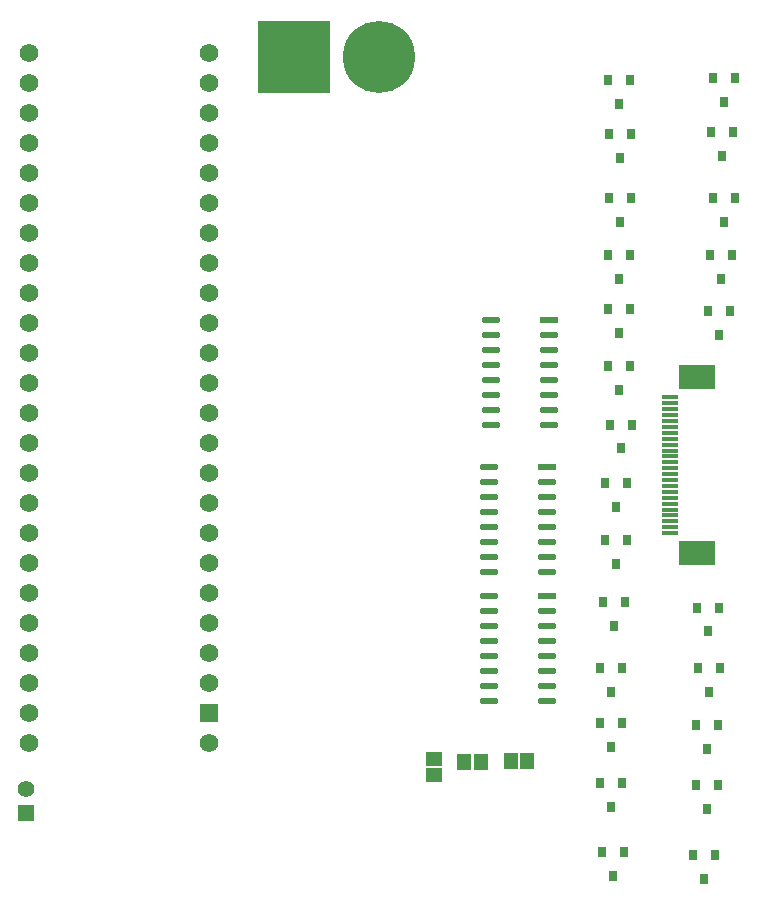
<source format=gbr>
G04*
G04 #@! TF.GenerationSoftware,Altium Limited,Altium Designer,23.5.1 (21)*
G04*
G04 Layer_Color=16711935*
%FSLAX25Y25*%
%MOIN*%
G70*
G04*
G04 #@! TF.SameCoordinates,62E66B6F-0332-4FDC-AC1A-6E2C05ECB38F*
G04*
G04*
G04 #@! TF.FilePolarity,Negative*
G04*
G01*
G75*
%ADD37R,0.05315X0.01575*%
%ADD38R,0.12205X0.08268*%
%ADD52C,0.06181*%
%ADD53R,0.06181X0.06181*%
%ADD54C,0.05472*%
%ADD55R,0.05472X0.05472*%
%ADD56C,0.24022*%
%ADD57R,0.24022X0.24022*%
G04:AMPARAMS|DCode=65|XSize=63.17mil|YSize=20.79mil|CornerRadius=10.39mil|HoleSize=0mil|Usage=FLASHONLY|Rotation=180.000|XOffset=0mil|YOffset=0mil|HoleType=Round|Shape=RoundedRectangle|*
%AMROUNDEDRECTD65*
21,1,0.06317,0.00000,0,0,180.0*
21,1,0.04238,0.02079,0,0,180.0*
1,1,0.02079,-0.02119,0.00000*
1,1,0.02079,0.02119,0.00000*
1,1,0.02079,0.02119,0.00000*
1,1,0.02079,-0.02119,0.00000*
%
%ADD65ROUNDEDRECTD65*%
%ADD66R,0.06317X0.02079*%
%ADD67R,0.03150X0.03543*%
%ADD70R,0.05715X0.04731*%
%ADD71R,0.04731X0.05715*%
D37*
X543424Y610638D02*
D03*
Y608670D02*
D03*
Y606701D02*
D03*
Y604733D02*
D03*
Y602764D02*
D03*
Y600796D02*
D03*
Y598827D02*
D03*
Y596859D02*
D03*
Y594889D02*
D03*
Y592921D02*
D03*
Y590952D02*
D03*
Y588984D02*
D03*
Y587015D02*
D03*
Y585047D02*
D03*
Y583078D02*
D03*
Y581110D02*
D03*
Y579142D02*
D03*
Y577174D02*
D03*
Y575205D02*
D03*
Y573237D02*
D03*
Y571268D02*
D03*
Y569300D02*
D03*
Y567331D02*
D03*
Y565363D02*
D03*
D38*
X552576Y558708D02*
D03*
Y617291D02*
D03*
D52*
X390000Y725500D02*
D03*
Y715500D02*
D03*
Y705500D02*
D03*
Y695500D02*
D03*
Y685500D02*
D03*
Y675500D02*
D03*
Y665500D02*
D03*
Y655500D02*
D03*
Y645500D02*
D03*
Y495500D02*
D03*
X330000Y525500D02*
D03*
Y535500D02*
D03*
Y545500D02*
D03*
Y555500D02*
D03*
Y565500D02*
D03*
Y575500D02*
D03*
Y585500D02*
D03*
Y595500D02*
D03*
Y605500D02*
D03*
Y615500D02*
D03*
Y625500D02*
D03*
Y635500D02*
D03*
Y515500D02*
D03*
Y505500D02*
D03*
Y495500D02*
D03*
Y645500D02*
D03*
Y655500D02*
D03*
Y665500D02*
D03*
Y675500D02*
D03*
Y685500D02*
D03*
Y695500D02*
D03*
Y705500D02*
D03*
Y715500D02*
D03*
Y725500D02*
D03*
X390000Y635500D02*
D03*
Y625500D02*
D03*
Y615500D02*
D03*
Y605500D02*
D03*
Y595500D02*
D03*
Y585500D02*
D03*
Y575500D02*
D03*
Y565500D02*
D03*
Y555500D02*
D03*
Y545500D02*
D03*
Y535500D02*
D03*
Y525500D02*
D03*
Y515500D02*
D03*
D53*
Y505500D02*
D03*
D54*
X329000Y479937D02*
D03*
D55*
Y472063D02*
D03*
D56*
X446673Y724000D02*
D03*
D57*
X418327D02*
D03*
D65*
X483351Y544500D02*
D03*
Y539500D02*
D03*
Y534500D02*
D03*
Y529500D02*
D03*
Y524500D02*
D03*
Y519500D02*
D03*
Y514500D02*
D03*
Y509500D02*
D03*
X502649D02*
D03*
Y514500D02*
D03*
Y519500D02*
D03*
Y524500D02*
D03*
Y529500D02*
D03*
Y534500D02*
D03*
Y539500D02*
D03*
X483351Y587500D02*
D03*
Y582500D02*
D03*
Y577500D02*
D03*
Y572500D02*
D03*
Y567500D02*
D03*
Y562500D02*
D03*
Y557500D02*
D03*
Y552500D02*
D03*
X502649D02*
D03*
Y557500D02*
D03*
Y562500D02*
D03*
Y567500D02*
D03*
Y572500D02*
D03*
Y577500D02*
D03*
Y582500D02*
D03*
X483851Y636500D02*
D03*
Y631500D02*
D03*
Y626500D02*
D03*
Y621500D02*
D03*
Y616500D02*
D03*
Y611500D02*
D03*
Y606500D02*
D03*
Y601500D02*
D03*
X503149D02*
D03*
Y606500D02*
D03*
Y611500D02*
D03*
Y616500D02*
D03*
Y621500D02*
D03*
Y626500D02*
D03*
Y631500D02*
D03*
D66*
X502649Y544500D02*
D03*
Y587500D02*
D03*
X503149Y636500D02*
D03*
D67*
X555000Y450063D02*
D03*
X558740Y457937D02*
D03*
X551260D02*
D03*
X561000Y691063D02*
D03*
X564740Y698937D02*
D03*
X557260D02*
D03*
X526500Y613063D02*
D03*
X530240Y620937D02*
D03*
X522760D02*
D03*
X527000Y690563D02*
D03*
X530740Y698437D02*
D03*
X523260D02*
D03*
X556260Y532626D02*
D03*
X560000Y540500D02*
D03*
X552520D02*
D03*
X524000Y494063D02*
D03*
X527740Y501937D02*
D03*
X520260D02*
D03*
X525000Y534563D02*
D03*
X528740Y542437D02*
D03*
X521260D02*
D03*
X524500Y451063D02*
D03*
X528240Y458937D02*
D03*
X520760D02*
D03*
X556000Y493563D02*
D03*
X559740Y501437D02*
D03*
X552260D02*
D03*
X527240Y593626D02*
D03*
X530980Y601500D02*
D03*
X523500D02*
D03*
X560500Y650063D02*
D03*
X564240Y657937D02*
D03*
X556760D02*
D03*
X526500Y650063D02*
D03*
X530240Y657937D02*
D03*
X522760D02*
D03*
X556000Y473563D02*
D03*
X559740Y481437D02*
D03*
X552260D02*
D03*
X561500Y709063D02*
D03*
X565240Y716937D02*
D03*
X557760D02*
D03*
X527000Y669063D02*
D03*
X530740Y676937D02*
D03*
X523260D02*
D03*
X525500Y555063D02*
D03*
X529240Y562937D02*
D03*
X521760D02*
D03*
X560000Y631563D02*
D03*
X563740Y639437D02*
D03*
X556260D02*
D03*
X556500Y512563D02*
D03*
X560240Y520437D02*
D03*
X552760D02*
D03*
X524000Y512563D02*
D03*
X527740Y520437D02*
D03*
X520260D02*
D03*
X525500Y574063D02*
D03*
X529240Y581937D02*
D03*
X521760D02*
D03*
X561500Y669063D02*
D03*
X565240Y676937D02*
D03*
X557760D02*
D03*
X526500Y632063D02*
D03*
X530240Y639937D02*
D03*
X522760D02*
D03*
X524000Y474063D02*
D03*
X527740Y481937D02*
D03*
X520260D02*
D03*
X526500Y708563D02*
D03*
X530240Y716437D02*
D03*
X522760D02*
D03*
D70*
X465000Y490256D02*
D03*
Y484744D02*
D03*
D71*
X475000Y489000D02*
D03*
X480512D02*
D03*
X490500Y489500D02*
D03*
X496012D02*
D03*
M02*

</source>
